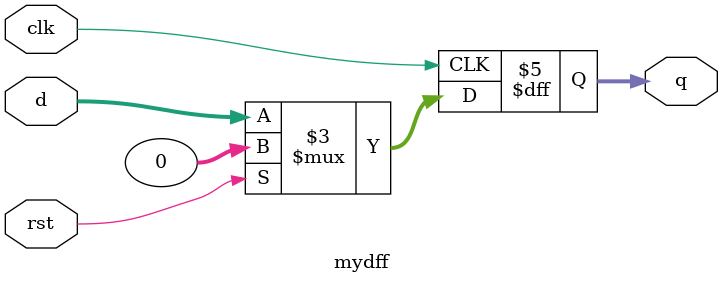
<source format=v>
module mydff #(
    parameter N = 32
)(
    input  wire         clk,
    input  wire         rst,
    input  wire [N-1:0] d,
    output reg  [N-1:0] q
);
    always @(posedge clk) begin
        if (rst)
            q <= {N{1'b0}};
        else
            q <= d;
    end
endmodule

</source>
